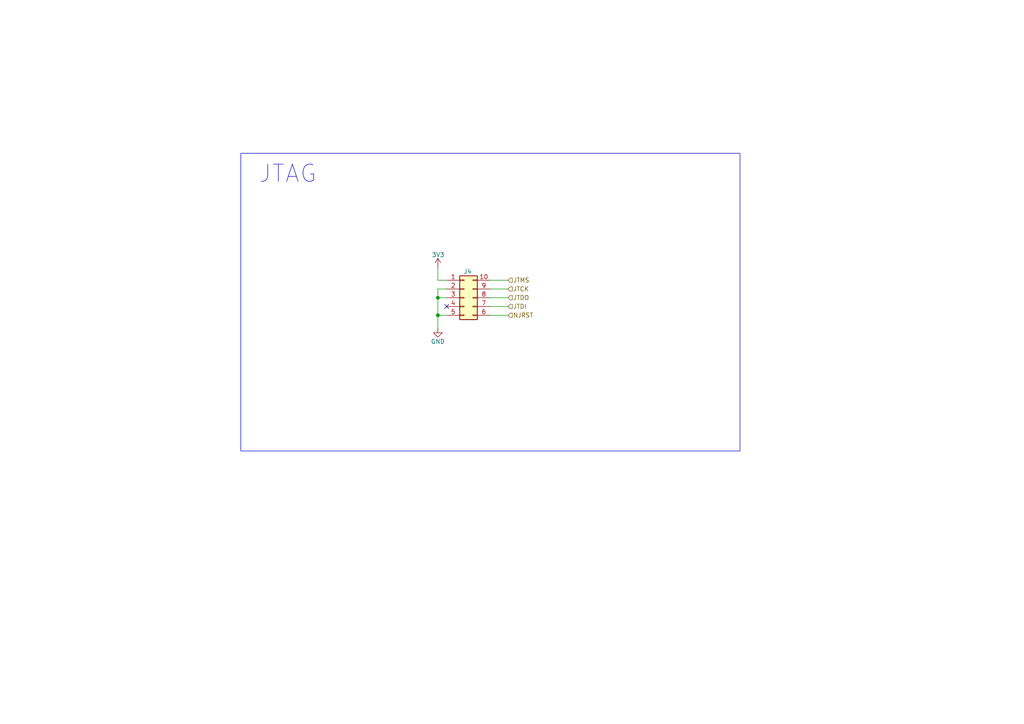
<source format=kicad_sch>
(kicad_sch (version 20250114) (generator "eeschema") (generator_version "9.0")
  (paper "A4")
  (lib_symbols
    (symbol "Connector_Generic:Conn_02x05_Counter_Clockwise" (pin_names (offset 1.016) (hide yes))
      (property "Reference" "J" (at 1.27 7.62 0))
      (property "Value" "Conn_02x05_Counter_Clockwise" (at 1.27 -7.62 0))
      (symbol "Conn_02x05_Counter_Clockwise_1_1"
        (rectangle (start -1.27 6.35) (end 3.81 -6.35) (stroke (width 0.254)) (fill (type background)))
        (rectangle (start -1.27 5.207) (end 0 4.953) (stroke (width 0.1524)))
        (rectangle (start -1.27 2.667) (end 0 2.413) (stroke (width 0.1524)))
        (rectangle (start -1.27 0.127) (end 0 -0.127) (stroke (width 0.1524)))
        (rectangle (start -1.27 -2.413) (end 0 -2.667) (stroke (width 0.1524)))
        (rectangle (start -1.27 -4.953) (end 0 -5.207) (stroke (width 0.1524)))
        (rectangle (start 3.81 5.207) (end 2.54 4.953) (stroke (width 0.1524)))
        (rectangle (start 3.81 2.667) (end 2.54 2.413) (stroke (width 0.1524)))
        (rectangle (start 3.81 0.127) (end 2.54 -0.127) (stroke (width 0.1524)))
        (rectangle (start 3.81 -2.413) (end 2.54 -2.667) (stroke (width 0.1524)))
        (rectangle (start 3.81 -4.953) (end 2.54 -5.207) (stroke (width 0.1524)))
        (pin passive line (at -5.08 5.08 0) (length 3.81) (name "Pin_1") (number "1"))
        (pin passive line (at -5.08 2.54 0) (length 3.81) (name "Pin_2") (number "2"))
        (pin passive line (at -5.08 0 0) (length 3.81) (name "Pin_3") (number "3"))
        (pin passive line (at -5.08 -2.54 0) (length 3.81) (name "Pin_4") (number "4"))
        (pin passive line (at -5.08 -5.08 0) (length 3.81) (name "Pin_5") (number "5"))
        (pin passive line (at 7.62 5.08 180) (length 3.81) (name "Pin_10") (number "10"))
        (pin passive line (at 7.62 2.54 180) (length 3.81) (name "Pin_9") (number "9"))
        (pin passive line (at 7.62 0 180) (length 3.81) (name "Pin_8") (number "8"))
        (pin passive line (at 7.62 -2.54 180) (length 3.81) (name "Pin_7") (number "7"))
        (pin passive line (at 7.62 -5.08 180) (length 3.81) (name "Pin_6") (number "6"))
      )
    )
    (symbol "power:+3.3V" (power) (pin_numbers (hide yes)) (pin_names (offset 0) (hide yes))
      (property "Value" "+3.3V" (at 0 3.556 0))
      (symbol "+3.3V_0_1"
        (polyline (pts (xy -0.762 1.27) (xy 0 2.54)))
        (polyline (pts (xy 0 2.54) (xy 0.762 1.27)))
        (polyline (pts (xy 0 0) (xy 0 2.54)))
      )
      (symbol "+3.3V_1_1"
        (pin power_in line (at 0 0 90) (length 0) (name "~") (number "1"))
      )
    )
    (symbol "power:GND" (power) (pin_numbers (hide yes)) (pin_names (offset 0) (hide yes))
      (property "Value" "GND" (at 0 -3.81 0))
      (symbol "GND_0_1"
        (polyline (pts (xy 0 0) (xy 0 -1.27) (xy 1.27 -1.27) (xy 0 -2.54) (xy -1.27 -1.27) (xy 0 -1.27)))
      )
      (symbol "GND_1_1"
        (pin power_in line (at 0 0 270) (length 0) (name "~") (number "1"))
      )
    )
  )
  (rectangle (start 69.85 44.45) (end 214.63 130.81))
  (text "JTAG\n" (at 74.93 50.546 0) (effects (font (size 5 5)) (justify left)))
  (junction (at 127 86.36))
  (junction (at 127 91.44))
  (no_connect (at 129.54 88.9))
  (wire (pts (xy 142.24 91.44) (xy 147.32 91.44)))
  (wire (pts (xy 147.32 81.28) (xy 142.24 81.28)))
  (wire (pts (xy 142.24 88.9) (xy 147.32 88.9)))
  (wire (pts (xy 127 91.44) (xy 129.54 91.44)))
  (wire (pts (xy 142.24 83.82) (xy 147.32 83.82)))
  (wire (pts (xy 127 86.36) (xy 127 91.44)))
  (wire (pts (xy 142.24 86.36) (xy 147.32 86.36)))
  (wire (pts (xy 127 86.36) (xy 129.54 86.36)))
  (wire (pts (xy 127 81.28) (xy 129.54 81.28)))
  (wire (pts (xy 127 83.82) (xy 129.54 83.82)))
  (wire (pts (xy 127 95.25) (xy 127 91.44)))
  (wire (pts (xy 127 83.82) (xy 127 86.36)))
  (wire (pts (xy 127 77.47) (xy 127 81.28)))
  (hierarchical_label "JTDI" (shape input) (at 147.32 88.9 0))
  (hierarchical_label "NJRST" (shape input) (at 147.32 91.44 0))
  (hierarchical_label "JTCK" (shape input) (at 147.32 83.82 0))
  (hierarchical_label "JTMS" (shape input) (at 147.32 81.28 0))
  (hierarchical_label "JTDO" (shape input) (at 147.32 86.36 0))
  (symbol (lib_id "power:GND") (at 127 95.25 0) (unit 1)
    (property "Reference" "#PWR071" (effects (hide yes)))
    (property "Value" "GND" (at 127 99.06 0))
    (property "Description" "Power symbol creates a global label with name \"GND\" , ground" (effects (hide yes)))
  )
  (symbol (lib_id "Connector_Generic:Conn_02x05_Counter_Clockwise") (at 134.62 86.36 0) (unit 1)
    (property "Reference" "J4" (at 135.636 78.74 0))
    (property "Value" "Conn_02x05_Counter_Clockwise" (effects (hide yes)))
    (property "Description" "Generic connector, double row, 02x05, counter clockwise pin numbering scheme (similar to DIP package numbering), script generated (kicad-library-utils/schlib/autogen/connector/)" (effects (hide yes)))
  )
  (symbol (lib_id "power:+3.3V") (at 127 77.47 0) (unit 1)
    (property "Reference" "#PWR070" (effects (hide yes)))
    (property "Value" "3V3" (at 125.222 73.914 0) (effects (justify left)))
    (property "Description" "Power symbol creates a global label with name \"+3.3V\"" (effects (hide yes)))
  )
)
</source>
